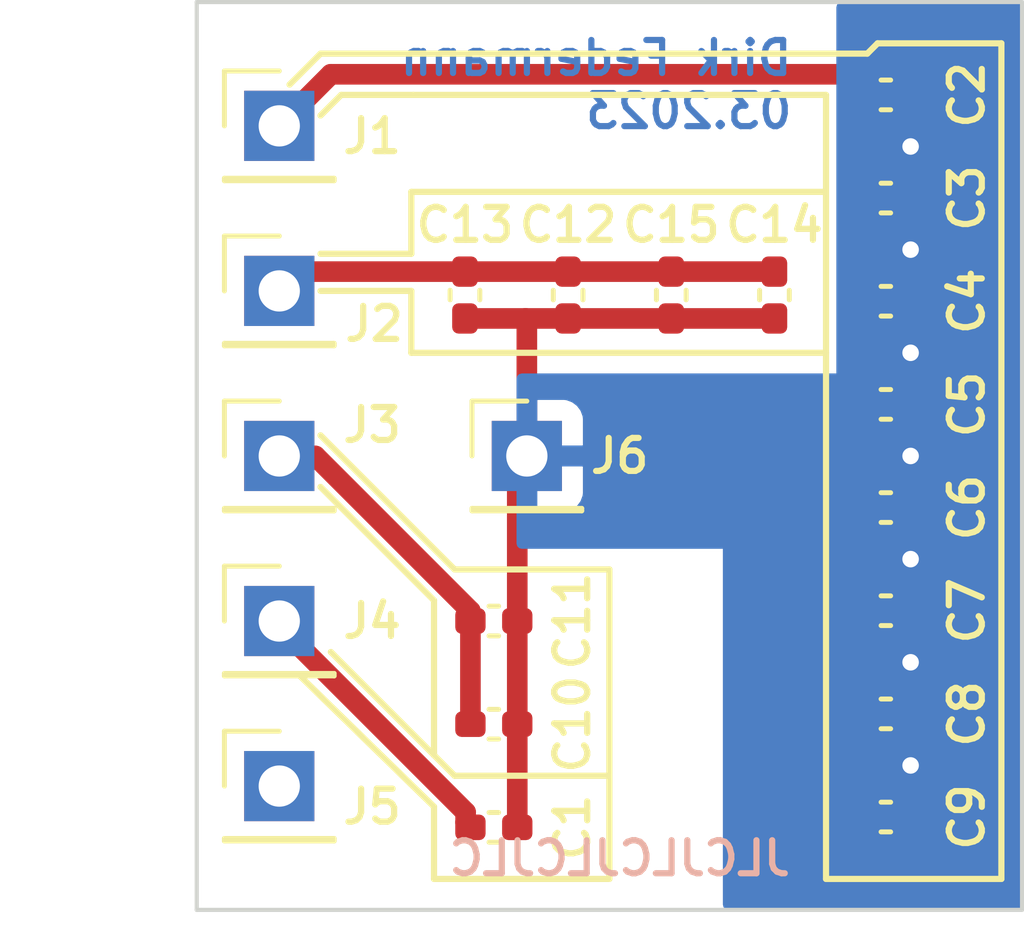
<source format=kicad_pcb>
(kicad_pcb (version 20221018) (generator pcbnew)
  (layers (0 "F.Cu" signal) (31 "B.Cu" signal) (34 "B.Paste" user) (35 "F.Paste" user) (36 "B.SilkS" user "B.Silkscreen") (37 "F.SilkS" user "F.Silkscreen") (38 "B.Mask" user) (39 "F.Mask" user) (44 "Edge.Cuts" user))
  (net 0 "")
  (net 1 "/1")
  (net 2 "Net-(C1-Pad2)")
  (net 3 "/8")
  (net 4 "/2")
  (net 5 "/4")
  (footprint "Capacitor_SMD:C_0402_1005Metric_Pad0.74x0.62mm_HandSolder" (layer "F.Cu") (at 117.7 119.75)
    (fp_text reference "C9" (at 1.9625 0 90) (layer "F.SilkS") (effects (font (size 0.8 0.8))))
    (fp_text value "C")
    (fp_line (start -0.115835 -0.36) (end 0.115835 -0.36) (stroke (width 0.12)) (layer "F.SilkS"))
    (fp_line (start -0.115835 0.36) (end 0.115835 0.36) (stroke (width 0.12)) (layer "F.SilkS"))
    (pad "1" smd roundrect (at -0.5675 0) (size 0.735 0.62) (layers "F.Cu" "F.Paste" "F.Mask") (net 3 "/8"))
    (pad "2" smd roundrect (at 0.5675 0) (size 0.735 0.62) (layers "F.Cu" "F.Paste" "F.Mask") (net 2 "Net-(C1-Pad2)"))
  )
  (footprint "Capacitor_SMD:C_0402_1005Metric_Pad0.74x0.62mm_HandSolder" (layer "F.Cu") (at 117.7 117.25)
    (fp_text reference "C8" (at 1.9625 0 90) (layer "F.SilkS") (effects (font (size 0.8 0.8))))
    (fp_text value "C")
    (fp_line (start -0.115835 -0.36) (end 0.115835 -0.36) (stroke (width 0.12)) (layer "F.SilkS"))
    (fp_line (start -0.115835 0.36) (end 0.115835 0.36) (stroke (width 0.12)) (layer "F.SilkS"))
    (pad "1" smd roundrect (at -0.5675 0) (size 0.735 0.62) (layers "F.Cu" "F.Paste" "F.Mask") (net 3 "/8"))
    (pad "2" smd roundrect (at 0.5675 0) (size 0.735 0.62) (layers "F.Cu" "F.Paste" "F.Mask") (net 2 "Net-(C1-Pad2)"))
  )
  (footprint "Capacitor_SMD:C_0402_1005Metric_Pad0.74x0.62mm_HandSolder" (layer "F.Cu") (at 110 107.1 -90)
    (fp_text reference "C12" (at -1.7 0) (layer "F.SilkS") (effects (font (size 0.8 0.8))))
    (fp_text value "C")
    (fp_line (start -0.115835 -0.36) (end 0.115835 -0.36) (stroke (width 0.12)) (layer "F.SilkS"))
    (fp_line (start -0.115835 0.36) (end 0.115835 0.36) (stroke (width 0.12)) (layer "F.SilkS"))
    (pad "1" smd roundrect (at -0.5675 0 270) (size 0.735 0.62) (layers "F.Cu" "F.Paste" "F.Mask") (net 5 "/4"))
    (pad "2" smd roundrect (at 0.5675 0 270) (size 0.735 0.62) (layers "F.Cu" "F.Paste" "F.Mask") (net 2 "Net-(C1-Pad2)"))
  )
  (footprint "Connector_PinHeader_2.54mm:PinHeader_1x01_P2.54mm_Vertical" (layer "F.Cu") (at 103 115)
    (fp_text reference "J4" (at 2.25 0) (layer "F.SilkS") (effects (font (size 0.8 0.8))))
    (fp_text value "Conn_01x01_Male")
    (fp_line (start -1.33 -1.33) (end 0 -1.33) (stroke (width 0.12)) (layer "F.SilkS"))
    (fp_line (start -1.33 0) (end -1.33 -1.33) (stroke (width 0.12)) (layer "F.SilkS"))
    (fp_line (start -1.33 1.27) (end -1.33 1.33) (stroke (width 0.12)) (layer "F.SilkS"))
    (fp_line (start -1.33 1.27) (end 1.33 1.27) (stroke (width 0.12)) (layer "F.SilkS"))
    (fp_line (start -1.33 1.33) (end 1.33 1.33) (stroke (width 0.12)) (layer "F.SilkS"))
    (fp_line (start 1.33 1.27) (end 1.33 1.33) (stroke (width 0.12)) (layer "F.SilkS"))
    (pad "1" thru_hole rect (at 0 0) (size 1.7 1.7) (drill 1) (layers "*.Cu" "*.Mask") (net 1 "/1"))
  )
  (footprint "Connector_PinHeader_2.54mm:PinHeader_1x01_P2.54mm_Vertical" (layer "F.Cu") (at 103 119)
    (fp_text reference "J5" (at 2.25 0.5) (layer "F.SilkS") (effects (font (size 0.8 0.8))))
    (fp_text value "Conn_01x01_Male")
    (fp_line (start -1.33 -1.33) (end 0 -1.33) (stroke (width 0.12)) (layer "F.SilkS"))
    (fp_line (start -1.33 0) (end -1.33 -1.33) (stroke (width 0.12)) (layer "F.SilkS"))
    (fp_line (start -1.33 1.27) (end -1.33 1.33) (stroke (width 0.12)) (layer "F.SilkS"))
    (fp_line (start -1.33 1.27) (end 1.33 1.27) (stroke (width 0.12)) (layer "F.SilkS"))
    (fp_line (start -1.33 1.33) (end 1.33 1.33) (stroke (width 0.12)) (layer "F.SilkS"))
    (fp_line (start 1.33 1.27) (end 1.33 1.33) (stroke (width 0.12)) (layer "F.SilkS"))
    (pad "1" thru_hole rect (at 0 0) (size 1.7 1.7) (drill 1) (layers "*.Cu" "*.Mask"))
  )
  (footprint "Capacitor_SMD:C_0402_1005Metric_Pad0.74x0.62mm_HandSolder" (layer "F.Cu") (at 112.5 107.1 -90)
    (fp_text reference "C15" (at -1.7 0 180) (layer "F.SilkS") (effects (font (size 0.8 0.8))))
    (fp_text value "C")
    (fp_line (start -0.115835 -0.36) (end 0.115835 -0.36) (stroke (width 0.12)) (layer "F.SilkS"))
    (fp_line (start -0.115835 0.36) (end 0.115835 0.36) (stroke (width 0.12)) (layer "F.SilkS"))
    (pad "1" smd roundrect (at -0.5675 0 270) (size 0.735 0.62) (layers "F.Cu" "F.Paste" "F.Mask") (net 5 "/4"))
    (pad "2" smd roundrect (at 0.5675 0 270) (size 0.735 0.62) (layers "F.Cu" "F.Paste" "F.Mask") (net 2 "Net-(C1-Pad2)"))
  )
  (footprint "Capacitor_SMD:C_0402_1005Metric_Pad0.74x0.62mm_HandSolder" (layer "F.Cu") (at 107.5 107.1 -90)
    (fp_text reference "C13" (at -1.7 0 180) (layer "F.SilkS") (effects (font (size 0.8 0.8))))
    (fp_text value "C")
    (fp_line (start -0.115835 -0.36) (end 0.115835 -0.36) (stroke (width 0.12)) (layer "F.SilkS"))
    (fp_line (start -0.115835 0.36) (end 0.115835 0.36) (stroke (width 0.12)) (layer "F.SilkS"))
    (pad "1" smd roundrect (at -0.5675 0 270) (size 0.735 0.62) (layers "F.Cu" "F.Paste" "F.Mask") (net 5 "/4"))
    (pad "2" smd roundrect (at 0.5675 0 270) (size 0.735 0.62) (layers "F.Cu" "F.Paste" "F.Mask") (net 2 "Net-(C1-Pad2)"))
  )
  (footprint "Connector_PinHeader_2.54mm:PinHeader_1x01_P2.54mm_Vertical" (layer "F.Cu") (at 103 103)
    (fp_text reference "J1" (at 2.25 0.25) (layer "F.SilkS") (effects (font (size 0.8 0.8))))
    (fp_text value "Conn_01x01_Male")
    (fp_line (start -1.33 -1.33) (end 0 -1.33) (stroke (width 0.12)) (layer "F.SilkS"))
    (fp_line (start -1.33 0) (end -1.33 -1.33) (stroke (width 0.12)) (layer "F.SilkS"))
    (fp_line (start -1.33 1.27) (end -1.33 1.33) (stroke (width 0.12)) (layer "F.SilkS"))
    (fp_line (start -1.33 1.27) (end 1.33 1.27) (stroke (width 0.12)) (layer "F.SilkS"))
    (fp_line (start -1.33 1.33) (end 1.33 1.33) (stroke (width 0.12)) (layer "F.SilkS"))
    (fp_line (start 1.33 1.27) (end 1.33 1.33) (stroke (width 0.12)) (layer "F.SilkS"))
    (pad "1" thru_hole rect (at 0 0) (size 1.7 1.7) (drill 1) (layers "*.Cu" "*.Mask") (net 3 "/8"))
  )
  (footprint "Connector_PinHeader_2.54mm:PinHeader_1x01_P2.54mm_Vertical" (layer "F.Cu") (at 109 111)
    (fp_text reference "J6" (at 2.25 0) (layer "F.SilkS") (effects (font (size 0.8 0.8))))
    (fp_text value "Conn_01x01_Male")
    (fp_line (start -1.33 -1.33) (end 0 -1.33) (stroke (width 0.12)) (layer "F.SilkS"))
    (fp_line (start -1.33 0) (end -1.33 -1.33) (stroke (width 0.12)) (layer "F.SilkS"))
    (fp_line (start -1.33 1.27) (end -1.33 1.33) (stroke (width 0.12)) (layer "F.SilkS"))
    (fp_line (start -1.33 1.27) (end 1.33 1.27) (stroke (width 0.12)) (layer "F.SilkS"))
    (fp_line (start -1.33 1.33) (end 1.33 1.33) (stroke (width 0.12)) (layer "F.SilkS"))
    (fp_line (start 1.33 1.27) (end 1.33 1.33) (stroke (width 0.12)) (layer "F.SilkS"))
    (pad "1" thru_hole rect (at 0 0) (size 1.7 1.7) (drill 1) (layers "*.Cu" "*.Mask") (net 2 "Net-(C1-Pad2)"))
  )
  (footprint "Capacitor_SMD:C_0402_1005Metric_Pad0.74x0.62mm_HandSolder" (layer "F.Cu") (at 108.2 117.5)
    (fp_text reference "C10" (at 1.9 0 90) (layer "F.SilkS") (effects (font (size 0.8 0.8))))
    (fp_text value "C")
    (fp_line (start -0.115835 -0.36) (end 0.115835 -0.36) (stroke (width 0.12)) (layer "F.SilkS"))
    (fp_line (start -0.115835 0.36) (end 0.115835 0.36) (stroke (width 0.12)) (layer "F.SilkS"))
    (pad "1" smd roundrect (at -0.5675 0) (size 0.735 0.62) (layers "F.Cu" "F.Paste" "F.Mask") (net 4 "/2"))
    (pad "2" smd roundrect (at 0.5675 0) (size 0.735 0.62) (layers "F.Cu" "F.Paste" "F.Mask") (net 2 "Net-(C1-Pad2)"))
  )
  (footprint "Capacitor_SMD:C_0402_1005Metric_Pad0.74x0.62mm_HandSolder" (layer "F.Cu") (at 115 107.1 -90)
    (fp_text reference "C14" (at -1.7 0 180) (layer "F.SilkS") (effects (font (size 0.8 0.8))))
    (fp_text value "C")
    (fp_line (start -0.115835 -0.36) (end 0.115835 -0.36) (stroke (width 0.12)) (layer "F.SilkS"))
    (fp_line (start -0.115835 0.36) (end 0.115835 0.36) (stroke (width 0.12)) (layer "F.SilkS"))
    (pad "1" smd roundrect (at -0.5675 0 270) (size 0.735 0.62) (layers "F.Cu" "F.Paste" "F.Mask") (net 5 "/4"))
    (pad "2" smd roundrect (at 0.5675 0 270) (size 0.735 0.62) (layers "F.Cu" "F.Paste" "F.Mask") (net 2 "Net-(C1-Pad2)"))
  )
  (footprint "Capacitor_SMD:C_0402_1005Metric_Pad0.74x0.62mm_HandSolder" (layer "F.Cu") (at 117.7 114.75)
    (fp_text reference "C7" (at 1.9625 0 90) (layer "F.SilkS") (effects (font (size 0.8 0.8))))
    (fp_text value "C")
    (fp_line (start -0.115835 -0.36) (end 0.115835 -0.36) (stroke (width 0.12)) (layer "F.SilkS"))
    (fp_line (start -0.115835 0.36) (end 0.115835 0.36) (stroke (width 0.12)) (layer "F.SilkS"))
    (pad "1" smd roundrect (at -0.5675 0) (size 0.735 0.62) (layers "F.Cu" "F.Paste" "F.Mask") (net 3 "/8"))
    (pad "2" smd roundrect (at 0.5675 0) (size 0.735 0.62) (layers "F.Cu" "F.Paste" "F.Mask") (net 2 "Net-(C1-Pad2)"))
  )
  (footprint "Capacitor_SMD:C_0402_1005Metric_Pad0.74x0.62mm_HandSolder" (layer "F.Cu") (at 117.7 104.75)
    (fp_text reference "C3" (at 1.9625 0 90) (layer "F.SilkS") (effects (font (size 0.8 0.8))))
    (fp_text value "C")
    (fp_line (start -0.115835 -0.36) (end 0.115835 -0.36) (stroke (width 0.12)) (layer "F.SilkS"))
    (fp_line (start -0.115835 0.36) (end 0.115835 0.36) (stroke (width 0.12)) (layer "F.SilkS"))
    (pad "1" smd roundrect (at -0.5675 0) (size 0.735 0.62) (layers "F.Cu" "F.Paste" "F.Mask") (net 3 "/8"))
    (pad "2" smd roundrect (at 0.5675 0) (size 0.735 0.62) (layers "F.Cu" "F.Paste" "F.Mask") (net 2 "Net-(C1-Pad2)"))
  )
  (footprint "Connector_PinHeader_2.54mm:PinHeader_1x01_P2.54mm_Vertical" (layer "F.Cu") (at 103 111)
    (fp_text reference "J3" (at 2.25 -0.75) (layer "F.SilkS") (effects (font (size 0.8 0.8))))
    (fp_text value "Conn_01x01_Male")
    (fp_line (start -1.33 -1.33) (end 0 -1.33) (stroke (width 0.12)) (layer "F.SilkS"))
    (fp_line (start -1.33 0) (end -1.33 -1.33) (stroke (width 0.12)) (layer "F.SilkS"))
    (fp_line (start -1.33 1.27) (end -1.33 1.33) (stroke (width 0.12)) (layer "F.SilkS"))
    (fp_line (start -1.33 1.27) (end 1.33 1.27) (stroke (width 0.12)) (layer "F.SilkS"))
    (fp_line (start -1.33 1.33) (end 1.33 1.33) (stroke (width 0.12)) (layer "F.SilkS"))
    (fp_line (start 1.33 1.27) (end 1.33 1.33) (stroke (width 0.12)) (layer "F.SilkS"))
    (pad "1" thru_hole rect (at 0 0) (size 1.7 1.7) (drill 1) (layers "*.Cu" "*.Mask") (net 4 "/2"))
  )
  (footprint "Capacitor_SMD:C_0402_1005Metric_Pad0.74x0.62mm_HandSolder" (layer "F.Cu") (at 117.7 107.25)
    (fp_text reference "C4" (at 1.9625 0 90) (layer "F.SilkS") (effects (font (size 0.8 0.8))))
    (fp_text value "C")
    (fp_line (start -0.115835 -0.36) (end 0.115835 -0.36) (stroke (width 0.12)) (layer "F.SilkS"))
    (fp_line (start -0.115835 0.36) (end 0.115835 0.36) (stroke (width 0.12)) (layer "F.SilkS"))
    (pad "1" smd roundrect (at -0.5675 0) (size 0.735 0.62) (layers "F.Cu" "F.Paste" "F.Mask") (net 3 "/8"))
    (pad "2" smd roundrect (at 0.5675 0) (size 0.735 0.62) (layers "F.Cu" "F.Paste" "F.Mask") (net 2 "Net-(C1-Pad2)"))
  )
  (footprint "Capacitor_SMD:C_0402_1005Metric_Pad0.74x0.62mm_HandSolder" (layer "F.Cu") (at 117.7 102.25)
    (fp_text reference "C2" (at 1.9625 0 90) (layer "F.SilkS") (effects (font (size 0.8 0.8))))
    (fp_text value "C")
    (fp_line (start -0.115835 -0.36) (end 0.115835 -0.36) (stroke (width 0.12)) (layer "F.SilkS"))
    (fp_line (start -0.115835 0.36) (end 0.115835 0.36) (stroke (width 0.12)) (layer "F.SilkS"))
    (pad "1" smd roundrect (at -0.5675 0) (size 0.735 0.62) (layers "F.Cu" "F.Paste" "F.Mask") (net 3 "/8"))
    (pad "2" smd roundrect (at 0.5675 0) (size 0.735 0.62) (layers "F.Cu" "F.Paste" "F.Mask") (net 2 "Net-(C1-Pad2)"))
  )
  (footprint "Capacitor_SMD:C_0402_1005Metric_Pad0.74x0.62mm_HandSolder" (layer "F.Cu") (at 117.7 112.25)
    (fp_text reference "C6" (at 1.9625 0 90) (layer "F.SilkS") (effects (font (size 0.8 0.8))))
    (fp_text value "C")
    (fp_line (start -0.115835 -0.36) (end 0.115835 -0.36) (stroke (width 0.12)) (layer "F.SilkS"))
    (fp_line (start -0.115835 0.36) (end 0.115835 0.36) (stroke (width 0.12)) (layer "F.SilkS"))
    (pad "1" smd roundrect (at -0.5675 0) (size 0.735 0.62) (layers "F.Cu" "F.Paste" "F.Mask") (net 3 "/8"))
    (pad "2" smd roundrect (at 0.5675 0) (size 0.735 0.62) (layers "F.Cu" "F.Paste" "F.Mask") (net 2 "Net-(C1-Pad2)"))
  )
  (footprint "Capacitor_SMD:C_0402_1005Metric_Pad0.74x0.62mm_HandSolder" (layer "F.Cu") (at 108.2 115)
    (fp_text reference "C11" (at 1.9 0 90) (layer "F.SilkS") (effects (font (size 0.8 0.8))))
    (fp_text value "C")
    (fp_line (start -0.115835 -0.36) (end 0.115835 -0.36) (stroke (width 0.12)) (layer "F.SilkS"))
    (fp_line (start -0.115835 0.36) (end 0.115835 0.36) (stroke (width 0.12)) (layer "F.SilkS"))
    (pad "1" smd roundrect (at -0.5675 0) (size 0.735 0.62) (layers "F.Cu" "F.Paste" "F.Mask") (net 4 "/2"))
    (pad "2" smd roundrect (at 0.5675 0) (size 0.735 0.62) (layers "F.Cu" "F.Paste" "F.Mask") (net 2 "Net-(C1-Pad2)"))
  )
  (footprint "Connector_PinHeader_2.54mm:PinHeader_1x01_P2.54mm_Vertical" (layer "F.Cu") (at 103 107)
    (fp_text reference "J2" (at 2.3 0.8) (layer "F.SilkS") (effects (font (size 0.8 0.8))))
    (fp_text value "Conn_01x01_Male")
    (fp_line (start -1.33 -1.33) (end 0 -1.33) (stroke (width 0.12)) (layer "F.SilkS"))
    (fp_line (start -1.33 0) (end -1.33 -1.33) (stroke (width 0.12)) (layer "F.SilkS"))
    (fp_line (start -1.33 1.27) (end -1.33 1.33) (stroke (width 0.12)) (layer "F.SilkS"))
    (fp_line (start -1.33 1.27) (end 1.33 1.27) (stroke (width 0.12)) (layer "F.SilkS"))
    (fp_line (start -1.33 1.33) (end 1.33 1.33) (stroke (width 0.12)) (layer "F.SilkS"))
    (fp_line (start 1.33 1.27) (end 1.33 1.33) (stroke (width 0.12)) (layer "F.SilkS"))
    (pad "1" thru_hole rect (at 0 0) (size 1.7 1.7) (drill 1) (layers "*.Cu" "*.Mask") (net 5 "/4"))
  )
  (footprint "Capacitor_SMD:C_0402_1005Metric_Pad0.74x0.62mm_HandSolder" (layer "F.Cu") (at 117.7 109.75)
    (fp_text reference "C5" (at 1.9625 0 90) (layer "F.SilkS") (effects (font (size 0.8 0.8))))
    (fp_text value "C")
    (fp_line (start -0.115835 -0.36) (end 0.115835 -0.36) (stroke (width 0.12)) (layer "F.SilkS"))
    (fp_line (start -0.115835 0.36) (end 0.115835 0.36) (stroke (width 0.12)) (layer "F.SilkS"))
    (pad "1" smd roundrect (at -0.5675 0) (size 0.735 0.62) (layers "F.Cu" "F.Paste" "F.Mask") (net 3 "/8"))
    (pad "2" smd roundrect (at 0.5675 0) (size 0.735 0.62) (layers "F.Cu" "F.Paste" "F.Mask") (net 2 "Net-(C1-Pad2)"))
  )
  (footprint "Capacitor_SMD:C_0402_1005Metric_Pad0.74x0.62mm_HandSolder" (layer "F.Cu") (at 108.2 120)
    (fp_text reference "C1" (at 1.9 0 90) (layer "F.SilkS") (effects (font (size 0.8 0.8))))
    (fp_text value "C")
    (fp_line (start -0.115835 -0.36) (end 0.115835 -0.36) (stroke (width 0.12)) (layer "F.SilkS"))
    (fp_line (start -0.115835 0.36) (end 0.115835 0.36) (stroke (width 0.12)) (layer "F.SilkS"))
    (pad "1" smd roundrect (at -0.5675 0) (size 0.735 0.62) (layers "F.Cu" "F.Paste" "F.Mask") (net 1 "/1"))
    (pad "2" smd roundrect (at 0.5675 0) (size 0.735 0.62) (layers "F.Cu" "F.Paste" "F.Mask") (net 2 "Net-(C1-Pad2)"))
  )
  (gr_line (start 111 121.25) (end 106.75 121.25) (stroke (width 0.15)) (layer "F.SilkS"))
  (gr_line (start 107.25 118.75) (end 111 118.75) (stroke (width 0.15)) (layer "F.SilkS"))
  (gr_line (start 106.75 114.5) (end 106.75 118.25) (stroke (width 0.15)) (layer "F.SilkS"))
  (gr_line (start 104 101.25) (end 103.25 102) (stroke (width 0.15)) (layer "F.SilkS"))
  (gr_line (start 106.75 118.25) (end 104.25 115.75) (stroke (width 0.15)) (layer "F.SilkS"))
  (gr_line (start 111 118.75) (end 111 113.75) (stroke (width 0.15)) (layer "F.SilkS"))
  (gr_line (start 120.5 121.25) (end 116.25 121.25) (stroke (width 0.15)) (layer "F.SilkS"))
  (gr_line (start 106.75 114.5) (end 104 111.75) (stroke (width 0.15)) (layer "F.SilkS"))
  (gr_line (start 106.75 119.5) (end 103.5 116.33) (stroke (width 0.15)) (layer "F.SilkS"))
  (gr_line (start 104 106.1) (end 106.2 106.1) (stroke (width 0.15)) (layer "F.SilkS"))
  (gr_line (start 120.5 101) (end 120.5 121.25) (stroke (width 0.15)) (layer "F.SilkS"))
  (gr_line (start 106.2 107) (end 106.2 108.5) (stroke (width 0.15)) (layer "F.SilkS"))
  (gr_line (start 106.25 102.25) (end 104.5 102.25) (stroke (width 0.15)) (layer "F.SilkS"))
  (gr_line (start 106.2 106.1) (end 106.2 104.6) (stroke (width 0.15)) (layer "F.SilkS"))
  (gr_line (start 106.75 118.25) (end 107.25 118.75) (stroke (width 0.15)) (layer "F.SilkS"))
  (gr_line (start 117.5 101) (end 120.5 101) (stroke (width 0.15)) (layer "F.SilkS"))
  (gr_line (start 106.75 121.25) (end 106.75 119.5) (stroke (width 0.15)) (layer "F.SilkS"))
  (gr_line (start 111 113.75) (end 107.25 113.75) (stroke (width 0.15)) (layer "F.SilkS"))
  (gr_line (start 116.25 108.5) (end 106.2 108.5) (stroke (width 0.15)) (layer "F.SilkS"))
  (gr_line (start 107.25 113.75) (end 104 110.5) (stroke (width 0.15)) (layer "F.SilkS"))
  (gr_line (start 116.25 102.25) (end 116.25 121.25) (stroke (width 0.15)) (layer "F.SilkS"))
  (gr_line (start 106.25 102.25) (end 116.25 102.25) (stroke (width 0.15)) (layer "F.SilkS"))
  (gr_line (start 104.5 102.25) (end 104 102.75) (stroke (width 0.15)) (layer "F.SilkS"))
  (gr_line (start 117.5 101) (end 117.25 101.25) (stroke (width 0.15)) (layer "F.SilkS"))
  (gr_line (start 106.2 107) (end 104 107) (stroke (width 0.15)) (layer "F.SilkS"))
  (gr_line (start 117.25 101.25) (end 104 101.25) (stroke (width 0.15)) (layer "F.SilkS"))
  (gr_line (start 106.2 104.6) (end 116.2 104.6) (stroke (width 0.15)) (layer "F.SilkS"))
  (gr_line (start 111 118.75) (end 111 121.25) (stroke (width 0.15)) (layer "F.SilkS"))
  (gr_line (start 101 100) (end 121 100) (stroke (width 0.1)) (layer "Edge.Cuts"))
  (gr_line (start 121 100) (end 121 122) (stroke (width 0.1)) (layer "Edge.Cuts"))
  (gr_line (start 121 122) (end 101 122) (stroke (width 0.1)) (layer "Edge.Cuts"))
  (gr_line (start 101 100) (end 101 122) (stroke (width 0.1)) (layer "Edge.Cuts"))
  (gr_text "Dirk Federmann\n03.2023" (at 115.5 102) (layer "B.Cu") (effects (font (size 0.8 0.8)) (justify left mirror)))
  (gr_text "JLCJLCJLCJLC" (at 111.25 120.75) (layer "B.SilkS") (effects (font (size 0.8 0.8)) (justify mirror)))
  (segment (start 107.51625 119.88375) (end 107.6325 120) (width 0.5) (layer "F.Cu") (net 1))
  (segment (start 102.88375 115) (end 107.51625 119.6325) (width 0.5) (layer "F.Cu") (net 1))
  (segment (start 103 115.125) (end 103 115) (width 0.5) (layer "F.Cu") (net 1))
  (segment (start 107.51625 119.6325) (end 107.51625 119.88375) (width 0.5) (layer "F.Cu") (net 1))
  (segment (start 108.7675 115) (end 108.7675 111.2325) (width 0.5) (layer "F.Cu") (net 2))
  (segment (start 115 107.6675) (end 108.9675 107.6675) (width 0.5) (layer "F.Cu") (net 2))
  (segment (start 109 111) (end 109 107.7) (width 0.5) (layer "F.Cu") (net 2))
  (segment (start 108.7675 120) (end 108.7675 115) (width 0.5) (layer "F.Cu") (net 2))
  (segment (start 108.7675 111.2325) (end 109 111) (width 0.5) (layer "F.Cu") (net 2))
  (segment (start 109 107.7) (end 108.9675 107.6675) (width 0.5) (layer "F.Cu") (net 2))
  (segment (start 108.9675 107.6675) (end 107.5 107.6675) (width 0.5) (layer "F.Cu") (net 2))
  (segment (start 118.2675 102.25) (end 118.2675 119.75) (width 0.5) (layer "F.Cu") (net 2))
  (via (at 118.3 116) (size 0.8) (drill 0.4) (layers "F.Cu" "B.Cu") (net 2))
  (via (at 118.3 111) (size 0.8) (drill 0.4) (layers "F.Cu" "B.Cu") (net 2))
  (via (at 118.3 103.5) (size 0.8) (drill 0.4) (layers "F.Cu" "B.Cu") (net 2))
  (via (at 118.3 106) (size 0.8) (drill 0.4) (layers "F.Cu" "B.Cu") (net 2))
  (via (at 118.3 118.5) (size 0.8) (drill 0.4) (layers "F.Cu" "B.Cu") (net 2))
  (via (at 118.3 108.5) (size 0.8) (drill 0.4) (layers "F.Cu" "B.Cu") (net 2))
  (via (at 118.3 113.5) (size 0.8) (drill 0.4) (layers "F.Cu" "B.Cu") (net 2))
  (segment (start 103 103) (end 104.25 101.75) (width 0.5) (layer "F.Cu") (net 3))
  (segment (start 117.1325 119.75) (end 117.1325 102.25) (width 0.5) (layer "F.Cu") (net 3))
  (segment (start 116.6325 101.75) (end 117.1325 102.25) (width 0.5) (layer "F.Cu") (net 3))
  (segment (start 104.25 101.75) (end 116.6325 101.75) (width 0.5) (layer "F.Cu") (net 3))
  (segment (start 107.6325 117.5) (end 107.6325 115) (width 0.5) (layer "F.Cu") (net 4))
  (segment (start 107.6325 114.7575) (end 103.875 111) (width 0.5) (layer "F.Cu") (net 4))
  (segment (start 103.875 111) (end 103 111) (width 0.5) (layer "F.Cu") (net 4))
  (segment (start 107.6325 115) (end 107.6325 114.7575) (width 0.5) (layer "F.Cu") (net 4))
  (segment (start 115 106.5325) (end 103.4675 106.5325) (width 0.5) (layer "F.Cu") (net 5))
  (segment (start 103 107) (end 103.0875 107) (width 0.5) (layer "F.Cu") (net 5))
  (segment (start 103.4675 106.5325) (end 103 107) (width 0.5) (layer "F.Cu") (net 5))
  (zone (net 0) (net_name "") (layer "B.Cu") (connect_pads (clearance 0)) (min_thickness 0.254)
    (keepout (tracks not_allowed) (vias not_allowed) (pads not_allowed) (copperpour not_allowed) (footprints allowed))
    (fill (thermal_gap 0.508) (thermal_bridge_width 0.508))
    (polygon (pts (xy 116.5 109) (xy 108.75 109) (xy 108.75 113.25) (xy 113.75 113.25) (xy 113.75 122) (xy 105 122) (xy 105 100) (xy 116.5 100)))
  )
  (zone (net 2) (net_name "Net-(C1-Pad2)") (layer "B.Cu") (connect_pads (clearance 0.508)) (min_thickness 0.254) (fill yes (thermal_gap 0.508) (thermal_bridge_width 0.508))
    (polygon (pts (xy 121 122) (xy 101 122) (xy 101 100) (xy 121 100)))
  )
)
</source>
